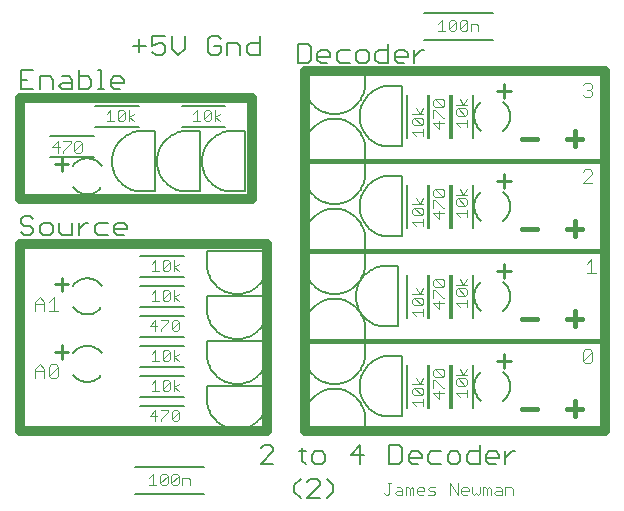
<source format=gto>
G75*
G70*
%OFA0B0*%
%FSLAX24Y24*%
%IPPOS*%
%LPD*%
%AMOC8*
5,1,8,0,0,1.08239X$1,22.5*
%
%ADD10C,0.0060*%
%ADD11C,0.0320*%
%ADD12C,0.0160*%
%ADD13C,0.0040*%
%ADD14C,0.0030*%
%ADD15C,0.0050*%
%ADD16C,0.0100*%
D10*
X004450Y001585D02*
X006750Y001585D01*
X006750Y002485D02*
X004450Y002485D01*
X004625Y003810D02*
X006075Y003810D01*
X006075Y004510D02*
X004625Y004510D01*
X004625Y004810D02*
X006075Y004810D01*
X006075Y005510D02*
X004625Y005510D01*
X004625Y005810D02*
X006075Y005810D01*
X006075Y006510D02*
X004625Y006510D01*
X004625Y006810D02*
X006075Y006810D01*
X006075Y007510D02*
X004625Y007510D01*
X004625Y007810D02*
X006075Y007810D01*
X006075Y008510D02*
X004625Y008510D01*
X004625Y008810D02*
X006075Y008810D01*
X006075Y009510D02*
X004625Y009510D01*
X004066Y010190D02*
X003852Y010190D01*
X003745Y010297D01*
X003745Y010510D01*
X003852Y010617D01*
X004066Y010617D01*
X004172Y010510D01*
X004172Y010404D01*
X003745Y010404D01*
X003528Y010617D02*
X003208Y010617D01*
X003101Y010510D01*
X003101Y010297D01*
X003208Y010190D01*
X003528Y010190D01*
X002884Y010617D02*
X002777Y010617D01*
X002564Y010404D01*
X002564Y010617D02*
X002564Y010190D01*
X002346Y010190D02*
X002346Y010617D01*
X002346Y010190D02*
X002026Y010190D01*
X001919Y010297D01*
X001919Y010617D01*
X001702Y010510D02*
X001702Y010297D01*
X001595Y010190D01*
X001381Y010190D01*
X001275Y010297D01*
X001275Y010510D01*
X001381Y010617D01*
X001595Y010617D01*
X001702Y010510D01*
X001057Y010404D02*
X001057Y010297D01*
X000950Y010190D01*
X000737Y010190D01*
X000630Y010297D01*
X000737Y010510D02*
X000950Y010510D01*
X001057Y010404D01*
X001057Y010724D02*
X000950Y010831D01*
X000737Y010831D01*
X000630Y010724D01*
X000630Y010617D01*
X000737Y010510D01*
X002850Y012760D02*
X002897Y012758D01*
X002945Y012752D01*
X002991Y012743D01*
X003037Y012730D01*
X003081Y012714D01*
X003125Y012693D01*
X003166Y012670D01*
X003205Y012644D01*
X003242Y012614D01*
X003277Y012581D01*
X003309Y012546D01*
X003338Y012509D01*
X003075Y012810D02*
X001625Y012810D01*
X001625Y013510D02*
X003075Y013510D01*
X003125Y013810D02*
X004575Y013810D01*
X004575Y014510D02*
X003125Y014510D01*
X003208Y015065D02*
X003422Y015065D01*
X003315Y015065D02*
X003315Y015706D01*
X003208Y015706D01*
X002991Y015385D02*
X002884Y015492D01*
X002564Y015492D01*
X002346Y015385D02*
X002346Y015065D01*
X002026Y015065D01*
X001919Y015172D01*
X002026Y015279D01*
X002346Y015279D01*
X002346Y015385D02*
X002239Y015492D01*
X002026Y015492D01*
X001702Y015385D02*
X001702Y015065D01*
X001702Y015385D02*
X001595Y015492D01*
X001275Y015492D01*
X001275Y015065D01*
X001057Y015065D02*
X000630Y015065D01*
X000630Y015706D01*
X001057Y015706D01*
X000844Y015385D02*
X000630Y015385D01*
X002564Y015065D02*
X002884Y015065D01*
X002991Y015172D01*
X002991Y015385D01*
X002564Y015065D02*
X002564Y015706D01*
X003638Y015385D02*
X003638Y015172D01*
X003745Y015065D01*
X003958Y015065D01*
X004065Y015279D02*
X003638Y015279D01*
X003638Y015385D02*
X003745Y015492D01*
X003958Y015492D01*
X004065Y015385D01*
X004065Y015279D01*
X005025Y016297D02*
X005131Y016190D01*
X005345Y016190D01*
X005452Y016297D01*
X005452Y016510D01*
X005345Y016617D01*
X005238Y016617D01*
X005025Y016510D01*
X005025Y016831D01*
X005452Y016831D01*
X005669Y016831D02*
X005669Y016404D01*
X005883Y016190D01*
X006096Y016404D01*
X006096Y016831D01*
X006880Y016724D02*
X006880Y016297D01*
X006987Y016190D01*
X007200Y016190D01*
X007307Y016297D01*
X007307Y016510D01*
X007094Y016510D01*
X007307Y016724D02*
X007200Y016831D01*
X006987Y016831D01*
X006880Y016724D01*
X007525Y016617D02*
X007525Y016190D01*
X007952Y016190D02*
X007952Y016510D01*
X007845Y016617D01*
X007525Y016617D01*
X008169Y016510D02*
X008169Y016297D01*
X008276Y016190D01*
X008596Y016190D01*
X008596Y016831D01*
X008596Y016617D02*
X008276Y016617D01*
X008169Y016510D01*
X009880Y016581D02*
X009880Y015940D01*
X010200Y015940D01*
X010307Y016047D01*
X010307Y016474D01*
X010200Y016581D01*
X009880Y016581D01*
X010525Y016260D02*
X010525Y016047D01*
X010631Y015940D01*
X010845Y015940D01*
X010952Y016154D02*
X010525Y016154D01*
X010525Y016260D02*
X010631Y016367D01*
X010845Y016367D01*
X010952Y016260D01*
X010952Y016154D01*
X011169Y016260D02*
X011169Y016047D01*
X011276Y015940D01*
X011596Y015940D01*
X011814Y016047D02*
X011920Y015940D01*
X012134Y015940D01*
X012241Y016047D01*
X012241Y016260D01*
X012134Y016367D01*
X011920Y016367D01*
X011814Y016260D01*
X011814Y016047D01*
X011596Y016367D02*
X011276Y016367D01*
X011169Y016260D01*
X012458Y016260D02*
X012458Y016047D01*
X012565Y015940D01*
X012885Y015940D01*
X012885Y016581D01*
X012885Y016367D02*
X012565Y016367D01*
X012458Y016260D01*
X013103Y016260D02*
X013103Y016047D01*
X013210Y015940D01*
X013423Y015940D01*
X013530Y016154D02*
X013103Y016154D01*
X013103Y016260D02*
X013210Y016367D01*
X013423Y016367D01*
X013530Y016260D01*
X013530Y016154D01*
X013747Y016154D02*
X013961Y016367D01*
X014068Y016367D01*
X013747Y016367D02*
X013747Y015940D01*
X014075Y016710D02*
X016375Y016710D01*
X016375Y017610D02*
X014075Y017610D01*
X014200Y014885D02*
X014200Y013435D01*
X014250Y013435D02*
X014250Y014885D01*
X013500Y014885D02*
X013500Y013435D01*
X014950Y013435D02*
X014950Y014885D01*
X015000Y014885D02*
X015000Y013435D01*
X015700Y013435D02*
X015700Y014885D01*
X016950Y014160D02*
X016948Y014113D01*
X016942Y014065D01*
X016933Y014019D01*
X016920Y013973D01*
X016904Y013929D01*
X016883Y013885D01*
X016860Y013844D01*
X016834Y013805D01*
X016804Y013768D01*
X016771Y013733D01*
X016736Y013701D01*
X016699Y013672D01*
X015750Y014160D02*
X015752Y014205D01*
X015757Y014251D01*
X015765Y014295D01*
X015777Y014339D01*
X015793Y014382D01*
X015811Y014424D01*
X015833Y014464D01*
X015857Y014502D01*
X015884Y014538D01*
X015914Y014573D01*
X015947Y014604D01*
X015982Y014634D01*
X015750Y014160D02*
X015752Y014115D01*
X015757Y014069D01*
X015765Y014025D01*
X015777Y013981D01*
X015793Y013938D01*
X015811Y013896D01*
X015833Y013856D01*
X015857Y013818D01*
X015884Y013782D01*
X015914Y013747D01*
X015947Y013716D01*
X015982Y013686D01*
X016950Y014160D02*
X016948Y014206D01*
X016943Y014252D01*
X016934Y014298D01*
X016922Y014343D01*
X016906Y014386D01*
X016887Y014428D01*
X016864Y014469D01*
X016839Y014508D01*
X016811Y014544D01*
X016780Y014579D01*
X016746Y014611D01*
X016710Y014640D01*
X015700Y011885D02*
X015700Y010435D01*
X015000Y010435D02*
X015000Y011885D01*
X014950Y011885D02*
X014950Y010435D01*
X014250Y010435D02*
X014250Y011885D01*
X014200Y011885D02*
X014200Y010435D01*
X013500Y010435D02*
X013500Y011885D01*
X016699Y010672D02*
X016736Y010701D01*
X016771Y010733D01*
X016804Y010768D01*
X016834Y010805D01*
X016860Y010844D01*
X016883Y010885D01*
X016904Y010929D01*
X016920Y010973D01*
X016933Y011019D01*
X016942Y011065D01*
X016948Y011113D01*
X016950Y011160D01*
X015982Y011634D02*
X015947Y011604D01*
X015914Y011573D01*
X015884Y011538D01*
X015857Y011502D01*
X015833Y011464D01*
X015811Y011424D01*
X015793Y011382D01*
X015777Y011339D01*
X015765Y011295D01*
X015757Y011251D01*
X015752Y011205D01*
X015750Y011160D01*
X016710Y011640D02*
X016746Y011611D01*
X016780Y011579D01*
X016811Y011544D01*
X016839Y011508D01*
X016864Y011469D01*
X016887Y011428D01*
X016906Y011386D01*
X016922Y011343D01*
X016934Y011298D01*
X016943Y011252D01*
X016948Y011206D01*
X016950Y011160D01*
X015982Y010686D02*
X015947Y010716D01*
X015914Y010747D01*
X015884Y010782D01*
X015857Y010818D01*
X015833Y010856D01*
X015811Y010896D01*
X015793Y010938D01*
X015777Y010981D01*
X015765Y011025D01*
X015757Y011069D01*
X015752Y011115D01*
X015750Y011160D01*
X015700Y008885D02*
X015700Y007435D01*
X015000Y007435D02*
X015000Y008885D01*
X014950Y008885D02*
X014950Y007435D01*
X014250Y007435D02*
X014250Y008885D01*
X014200Y008885D02*
X014200Y007435D01*
X013500Y007435D02*
X013500Y008885D01*
X016699Y007672D02*
X016736Y007701D01*
X016771Y007733D01*
X016804Y007768D01*
X016834Y007805D01*
X016860Y007844D01*
X016883Y007885D01*
X016904Y007929D01*
X016920Y007973D01*
X016933Y008019D01*
X016942Y008065D01*
X016948Y008113D01*
X016950Y008160D01*
X015982Y008634D02*
X015947Y008604D01*
X015914Y008573D01*
X015884Y008538D01*
X015857Y008502D01*
X015833Y008464D01*
X015811Y008424D01*
X015793Y008382D01*
X015777Y008339D01*
X015765Y008295D01*
X015757Y008251D01*
X015752Y008205D01*
X015750Y008160D01*
X016710Y008640D02*
X016746Y008611D01*
X016780Y008579D01*
X016811Y008544D01*
X016839Y008508D01*
X016864Y008469D01*
X016887Y008428D01*
X016906Y008386D01*
X016922Y008343D01*
X016934Y008298D01*
X016943Y008252D01*
X016948Y008206D01*
X016950Y008160D01*
X015982Y007686D02*
X015947Y007716D01*
X015914Y007747D01*
X015884Y007782D01*
X015857Y007818D01*
X015833Y007856D01*
X015811Y007896D01*
X015793Y007938D01*
X015777Y007981D01*
X015765Y008025D01*
X015757Y008069D01*
X015752Y008115D01*
X015750Y008160D01*
X015700Y005885D02*
X015700Y004435D01*
X015000Y004435D02*
X015000Y005885D01*
X014950Y005885D02*
X014950Y004435D01*
X014250Y004435D02*
X014250Y005885D01*
X014200Y005885D02*
X014200Y004435D01*
X013500Y004435D02*
X013500Y005885D01*
X016699Y004672D02*
X016736Y004701D01*
X016771Y004733D01*
X016804Y004768D01*
X016834Y004805D01*
X016860Y004844D01*
X016883Y004885D01*
X016904Y004929D01*
X016920Y004973D01*
X016933Y005019D01*
X016942Y005065D01*
X016948Y005113D01*
X016950Y005160D01*
X015982Y005634D02*
X015947Y005604D01*
X015914Y005573D01*
X015884Y005538D01*
X015857Y005502D01*
X015833Y005464D01*
X015811Y005424D01*
X015793Y005382D01*
X015777Y005339D01*
X015765Y005295D01*
X015757Y005251D01*
X015752Y005205D01*
X015750Y005160D01*
X016710Y005640D02*
X016746Y005611D01*
X016780Y005579D01*
X016811Y005544D01*
X016839Y005508D01*
X016864Y005469D01*
X016887Y005428D01*
X016906Y005386D01*
X016922Y005343D01*
X016934Y005298D01*
X016943Y005252D01*
X016948Y005206D01*
X016950Y005160D01*
X015982Y004686D02*
X015947Y004716D01*
X015914Y004747D01*
X015884Y004782D01*
X015857Y004818D01*
X015833Y004856D01*
X015811Y004896D01*
X015793Y004938D01*
X015777Y004981D01*
X015765Y005025D01*
X015757Y005069D01*
X015752Y005115D01*
X015750Y005160D01*
X015932Y003206D02*
X015932Y002565D01*
X015612Y002565D01*
X015505Y002672D01*
X015505Y002885D01*
X015612Y002992D01*
X015932Y002992D01*
X016150Y002885D02*
X016150Y002672D01*
X016257Y002565D01*
X016470Y002565D01*
X016577Y002779D02*
X016150Y002779D01*
X016150Y002885D02*
X016257Y002992D01*
X016470Y002992D01*
X016577Y002885D01*
X016577Y002779D01*
X016794Y002779D02*
X017008Y002992D01*
X017115Y002992D01*
X016794Y002992D02*
X016794Y002565D01*
X015288Y002672D02*
X015181Y002565D01*
X014967Y002565D01*
X014861Y002672D01*
X014861Y002885D01*
X014967Y002992D01*
X015181Y002992D01*
X015288Y002885D01*
X015288Y002672D01*
X014643Y002565D02*
X014323Y002565D01*
X014216Y002672D01*
X014216Y002885D01*
X014323Y002992D01*
X014643Y002992D01*
X013999Y002885D02*
X013999Y002779D01*
X013572Y002779D01*
X013572Y002885D02*
X013572Y002672D01*
X013678Y002565D01*
X013892Y002565D01*
X013999Y002885D02*
X013892Y002992D01*
X013678Y002992D01*
X013572Y002885D01*
X013354Y002672D02*
X013354Y003099D01*
X013247Y003206D01*
X012927Y003206D01*
X012927Y002565D01*
X013247Y002565D01*
X013354Y002672D01*
X012065Y002885D02*
X011638Y002885D01*
X011958Y003206D01*
X011958Y002565D01*
X011043Y001867D02*
X010829Y002081D01*
X010612Y001974D02*
X010505Y002081D01*
X010291Y002081D01*
X010185Y001974D01*
X009969Y002081D02*
X009755Y001867D01*
X009755Y001654D01*
X009969Y001440D01*
X010185Y001440D02*
X010612Y001867D01*
X010612Y001974D01*
X011043Y001867D02*
X011043Y001654D01*
X010829Y001440D01*
X010612Y001440D02*
X010185Y001440D01*
X010133Y002565D02*
X010026Y002672D01*
X010026Y003099D01*
X009919Y002992D02*
X010133Y002992D01*
X010349Y002885D02*
X010349Y002672D01*
X010456Y002565D01*
X010669Y002565D01*
X010776Y002672D01*
X010776Y002885D01*
X010669Y002992D01*
X010456Y002992D01*
X010349Y002885D01*
X009057Y002992D02*
X009057Y003099D01*
X008950Y003206D01*
X008737Y003206D01*
X008630Y003099D01*
X009057Y002992D02*
X008630Y002565D01*
X009057Y002565D01*
X002850Y005310D02*
X002805Y005312D01*
X002759Y005317D01*
X002715Y005325D01*
X002671Y005337D01*
X002628Y005353D01*
X002586Y005371D01*
X002546Y005393D01*
X002508Y005417D01*
X002472Y005444D01*
X002437Y005474D01*
X002406Y005507D01*
X002376Y005542D01*
X002850Y006510D02*
X002897Y006508D01*
X002945Y006502D01*
X002991Y006493D01*
X003037Y006480D01*
X003081Y006464D01*
X003125Y006443D01*
X003166Y006420D01*
X003205Y006394D01*
X003242Y006364D01*
X003277Y006331D01*
X003309Y006296D01*
X003338Y006259D01*
X002850Y006510D02*
X002804Y006508D01*
X002758Y006503D01*
X002712Y006494D01*
X002667Y006482D01*
X002624Y006466D01*
X002582Y006447D01*
X002541Y006424D01*
X002502Y006399D01*
X002466Y006371D01*
X002431Y006340D01*
X002399Y006306D01*
X002370Y006270D01*
X002850Y005310D02*
X002895Y005312D01*
X002941Y005317D01*
X002985Y005325D01*
X003029Y005337D01*
X003072Y005353D01*
X003114Y005371D01*
X003154Y005393D01*
X003192Y005417D01*
X003228Y005444D01*
X003263Y005474D01*
X003294Y005507D01*
X003324Y005542D01*
X002850Y007560D02*
X002805Y007562D01*
X002759Y007567D01*
X002715Y007575D01*
X002671Y007587D01*
X002628Y007603D01*
X002586Y007621D01*
X002546Y007643D01*
X002508Y007667D01*
X002472Y007694D01*
X002437Y007724D01*
X002406Y007757D01*
X002376Y007792D01*
X002850Y008760D02*
X002897Y008758D01*
X002945Y008752D01*
X002991Y008743D01*
X003037Y008730D01*
X003081Y008714D01*
X003125Y008693D01*
X003166Y008670D01*
X003205Y008644D01*
X003242Y008614D01*
X003277Y008581D01*
X003309Y008546D01*
X003338Y008509D01*
X002850Y008760D02*
X002804Y008758D01*
X002758Y008753D01*
X002712Y008744D01*
X002667Y008732D01*
X002624Y008716D01*
X002582Y008697D01*
X002541Y008674D01*
X002502Y008649D01*
X002466Y008621D01*
X002431Y008590D01*
X002399Y008556D01*
X002370Y008520D01*
X002850Y007560D02*
X002895Y007562D01*
X002941Y007567D01*
X002985Y007575D01*
X003029Y007587D01*
X003072Y007603D01*
X003114Y007621D01*
X003154Y007643D01*
X003192Y007667D01*
X003228Y007694D01*
X003263Y007724D01*
X003294Y007757D01*
X003324Y007792D01*
X002370Y012520D02*
X002399Y012556D01*
X002431Y012590D01*
X002466Y012621D01*
X002502Y012649D01*
X002541Y012674D01*
X002582Y012697D01*
X002624Y012716D01*
X002667Y012732D01*
X002712Y012744D01*
X002758Y012753D01*
X002804Y012758D01*
X002850Y012760D01*
X002376Y011792D02*
X002406Y011757D01*
X002437Y011724D01*
X002472Y011694D01*
X002508Y011667D01*
X002546Y011643D01*
X002586Y011621D01*
X002628Y011603D01*
X002671Y011587D01*
X002715Y011575D01*
X002759Y011567D01*
X002805Y011562D01*
X002850Y011560D01*
X002895Y011562D01*
X002941Y011567D01*
X002985Y011575D01*
X003029Y011587D01*
X003072Y011603D01*
X003114Y011621D01*
X003154Y011643D01*
X003192Y011667D01*
X003228Y011694D01*
X003263Y011724D01*
X003294Y011757D01*
X003324Y011792D01*
X006000Y013810D02*
X007450Y013810D01*
X007450Y014510D02*
X006000Y014510D01*
X004594Y016297D02*
X004594Y016724D01*
X004807Y016510D02*
X004380Y016510D01*
D11*
X000600Y009910D02*
X000600Y003660D01*
X008850Y003660D01*
X008850Y009910D01*
X000600Y009910D01*
X000600Y011410D02*
X000600Y014785D01*
X008350Y014785D01*
X008350Y011410D01*
X000600Y011410D01*
X010100Y012660D02*
X010100Y009660D01*
X010100Y006660D01*
X010100Y003660D01*
X020100Y003660D01*
X020100Y006660D01*
X020100Y009660D01*
X020100Y012660D01*
X020100Y015660D01*
X010100Y015660D01*
X010100Y012660D01*
D12*
X020100Y012660D01*
X019350Y013410D02*
X018850Y013410D01*
X019100Y013660D02*
X019100Y013160D01*
X017850Y013410D02*
X017350Y013410D01*
X019100Y010660D02*
X019100Y010160D01*
X019350Y010410D02*
X018850Y010410D01*
X017850Y010410D02*
X017350Y010410D01*
X020100Y009660D02*
X010100Y009660D01*
X010100Y006660D02*
X020100Y006660D01*
X019350Y007410D02*
X018850Y007410D01*
X019100Y007660D02*
X019100Y007160D01*
X017850Y007410D02*
X017350Y007410D01*
X019100Y004660D02*
X019100Y004160D01*
X019350Y004410D02*
X018850Y004410D01*
X017850Y004410D02*
X017350Y004410D01*
D13*
X019370Y006007D02*
X019370Y006314D01*
X019447Y006391D01*
X019600Y006391D01*
X019677Y006314D01*
X019370Y006007D01*
X019447Y005930D01*
X019600Y005930D01*
X019677Y006007D01*
X019677Y006314D01*
X019648Y008930D02*
X019648Y009391D01*
X019495Y009237D01*
X019495Y008930D02*
X019802Y008930D01*
X019677Y011930D02*
X019370Y011930D01*
X019677Y012237D01*
X019677Y012314D01*
X019600Y012391D01*
X019447Y012391D01*
X019370Y012314D01*
X019447Y014805D02*
X019370Y014882D01*
X019447Y014805D02*
X019600Y014805D01*
X019677Y014882D01*
X019677Y014959D01*
X019600Y015035D01*
X019523Y015035D01*
X019600Y015035D02*
X019677Y015112D01*
X019677Y015189D01*
X019600Y015266D01*
X019447Y015266D01*
X019370Y015189D01*
X015890Y017005D02*
X015890Y017185D01*
X015830Y017245D01*
X015650Y017245D01*
X015650Y017005D01*
X015522Y017065D02*
X015522Y017305D01*
X015282Y017065D01*
X015342Y017005D01*
X015462Y017005D01*
X015522Y017065D01*
X015282Y017065D02*
X015282Y017305D01*
X015342Y017366D01*
X015462Y017366D01*
X015522Y017305D01*
X015154Y017305D02*
X015154Y017065D01*
X015093Y017005D01*
X014973Y017005D01*
X014913Y017065D01*
X015154Y017305D01*
X015093Y017366D01*
X014973Y017366D01*
X014913Y017305D01*
X014913Y017065D01*
X014785Y017005D02*
X014545Y017005D01*
X014665Y017005D02*
X014665Y017366D01*
X014545Y017245D01*
X001887Y007680D02*
X001580Y007680D01*
X001427Y007680D02*
X001427Y007987D01*
X001273Y008141D01*
X001120Y007987D01*
X001120Y007680D01*
X001120Y007910D02*
X001427Y007910D01*
X001580Y007987D02*
X001734Y008141D01*
X001734Y007680D01*
X001811Y005891D02*
X001887Y005814D01*
X001580Y005507D01*
X001657Y005430D01*
X001811Y005430D01*
X001887Y005507D01*
X001887Y005814D01*
X001811Y005891D02*
X001657Y005891D01*
X001580Y005814D01*
X001580Y005507D01*
X001427Y005430D02*
X001427Y005737D01*
X001273Y005891D01*
X001120Y005737D01*
X001120Y005430D01*
X001120Y005660D02*
X001427Y005660D01*
X004920Y002120D02*
X005040Y002241D01*
X005040Y001880D01*
X004920Y001880D02*
X005160Y001880D01*
X005288Y001940D02*
X005288Y002180D01*
X005348Y002241D01*
X005468Y002241D01*
X005529Y002180D01*
X005288Y001940D01*
X005348Y001880D01*
X005468Y001880D01*
X005529Y001940D01*
X005529Y002180D01*
X005657Y002180D02*
X005657Y001940D01*
X005897Y002180D01*
X005897Y001940D01*
X005837Y001880D01*
X005717Y001880D01*
X005657Y001940D01*
X005657Y002180D02*
X005717Y002241D01*
X005837Y002241D01*
X005897Y002180D01*
X006025Y002120D02*
X006025Y001880D01*
X006265Y001880D02*
X006265Y002060D01*
X006205Y002120D01*
X006025Y002120D01*
D14*
X005857Y004000D02*
X005733Y004000D01*
X005672Y004062D01*
X005919Y004309D01*
X005919Y004062D01*
X005857Y004000D01*
X005672Y004062D02*
X005672Y004309D01*
X005733Y004371D01*
X005857Y004371D01*
X005919Y004309D01*
X005550Y004309D02*
X005303Y004062D01*
X005303Y004000D01*
X005120Y004000D02*
X005120Y004371D01*
X004935Y004185D01*
X005182Y004185D01*
X005303Y004371D02*
X005550Y004371D01*
X005550Y004309D01*
X005550Y005000D02*
X005426Y005000D01*
X005365Y005062D01*
X005612Y005309D01*
X005612Y005062D01*
X005550Y005000D01*
X005733Y005000D02*
X005733Y005371D01*
X005612Y005309D02*
X005550Y005371D01*
X005426Y005371D01*
X005365Y005309D01*
X005365Y005062D01*
X005243Y005000D02*
X004996Y005000D01*
X005120Y005000D02*
X005120Y005371D01*
X004996Y005247D01*
X005733Y005124D02*
X005918Y005247D01*
X005733Y005124D02*
X005918Y005000D01*
X005918Y006000D02*
X005733Y006124D01*
X005918Y006247D01*
X005733Y006371D02*
X005733Y006000D01*
X005612Y006062D02*
X005550Y006000D01*
X005426Y006000D01*
X005365Y006062D01*
X005612Y006309D01*
X005612Y006062D01*
X005612Y006309D02*
X005550Y006371D01*
X005426Y006371D01*
X005365Y006309D01*
X005365Y006062D01*
X005243Y006000D02*
X004996Y006000D01*
X005120Y006000D02*
X005120Y006371D01*
X004996Y006247D01*
X005120Y007000D02*
X005120Y007371D01*
X004935Y007185D01*
X005182Y007185D01*
X005303Y007062D02*
X005303Y007000D01*
X005303Y007062D02*
X005550Y007309D01*
X005550Y007371D01*
X005303Y007371D01*
X005672Y007309D02*
X005672Y007062D01*
X005919Y007309D01*
X005919Y007062D01*
X005857Y007000D01*
X005733Y007000D01*
X005672Y007062D01*
X005672Y007309D02*
X005733Y007371D01*
X005857Y007371D01*
X005919Y007309D01*
X005918Y008000D02*
X005733Y008124D01*
X005918Y008247D01*
X005733Y008371D02*
X005733Y008000D01*
X005612Y008062D02*
X005550Y008000D01*
X005426Y008000D01*
X005365Y008062D01*
X005612Y008309D01*
X005612Y008062D01*
X005612Y008309D02*
X005550Y008371D01*
X005426Y008371D01*
X005365Y008309D01*
X005365Y008062D01*
X005243Y008000D02*
X004996Y008000D01*
X005120Y008000D02*
X005120Y008371D01*
X004996Y008247D01*
X004996Y009000D02*
X005243Y009000D01*
X005120Y009000D02*
X005120Y009371D01*
X004996Y009247D01*
X005365Y009309D02*
X005365Y009062D01*
X005612Y009309D01*
X005612Y009062D01*
X005550Y009000D01*
X005426Y009000D01*
X005365Y009062D01*
X005365Y009309D02*
X005426Y009371D01*
X005550Y009371D01*
X005612Y009309D01*
X005733Y009371D02*
X005733Y009000D01*
X005733Y009124D02*
X005918Y009247D01*
X005733Y009124D02*
X005918Y009000D01*
X002612Y012950D02*
X002488Y012950D01*
X002427Y013012D01*
X002674Y013259D01*
X002674Y013012D01*
X002612Y012950D01*
X002427Y013012D02*
X002427Y013259D01*
X002488Y013321D01*
X002612Y013321D01*
X002674Y013259D01*
X002305Y013259D02*
X002305Y013321D01*
X002058Y013321D01*
X001875Y013321D02*
X001690Y013135D01*
X001937Y013135D01*
X002058Y013012D02*
X002058Y012950D01*
X002058Y013012D02*
X002305Y013259D01*
X001875Y013321D02*
X001875Y012950D01*
X003496Y014000D02*
X003743Y014000D01*
X003620Y014000D02*
X003620Y014371D01*
X003496Y014247D01*
X003865Y014309D02*
X003865Y014062D01*
X004112Y014309D01*
X004112Y014062D01*
X004050Y014000D01*
X003926Y014000D01*
X003865Y014062D01*
X003865Y014309D02*
X003926Y014371D01*
X004050Y014371D01*
X004112Y014309D01*
X004233Y014371D02*
X004233Y014000D01*
X004233Y014124D02*
X004418Y014247D01*
X004233Y014124D02*
X004418Y014000D01*
X006371Y014000D02*
X006618Y014000D01*
X006495Y014000D02*
X006495Y014371D01*
X006371Y014247D01*
X006740Y014309D02*
X006740Y014062D01*
X006987Y014309D01*
X006987Y014062D01*
X006925Y014000D01*
X006801Y014000D01*
X006740Y014062D01*
X006740Y014309D02*
X006801Y014371D01*
X006925Y014371D01*
X006987Y014309D01*
X007108Y014371D02*
X007108Y014000D01*
X007108Y014124D02*
X007293Y014247D01*
X007108Y014124D02*
X007293Y014000D01*
X013690Y013930D02*
X013690Y014054D01*
X013751Y014115D01*
X013998Y013869D01*
X014060Y013930D01*
X014060Y014054D01*
X013998Y014115D01*
X013751Y014115D01*
X013690Y014237D02*
X014060Y014237D01*
X013937Y014237D02*
X013813Y014422D01*
X013937Y014237D02*
X014060Y014422D01*
X014390Y014360D02*
X014390Y014114D01*
X014390Y013930D02*
X014575Y013745D01*
X014575Y013992D01*
X014698Y014114D02*
X014760Y014114D01*
X014698Y014114D02*
X014451Y014360D01*
X014390Y014360D01*
X014451Y014482D02*
X014390Y014544D01*
X014390Y014667D01*
X014451Y014729D01*
X014698Y014482D01*
X014760Y014544D01*
X014760Y014667D01*
X014698Y014729D01*
X014451Y014729D01*
X014451Y014482D02*
X014698Y014482D01*
X015140Y014543D02*
X015510Y014543D01*
X015387Y014543D02*
X015263Y014728D01*
X015387Y014543D02*
X015510Y014728D01*
X015448Y014422D02*
X015201Y014422D01*
X015448Y014175D01*
X015510Y014237D01*
X015510Y014360D01*
X015448Y014422D01*
X015201Y014422D02*
X015140Y014360D01*
X015140Y014237D01*
X015201Y014175D01*
X015448Y014175D01*
X015510Y014054D02*
X015510Y013807D01*
X015510Y013930D02*
X015140Y013930D01*
X015263Y013807D01*
X014760Y013930D02*
X014390Y013930D01*
X014060Y013747D02*
X014060Y013500D01*
X014060Y013624D02*
X013690Y013624D01*
X013813Y013500D01*
X013751Y013869D02*
X013690Y013930D01*
X013751Y013869D02*
X013998Y013869D01*
X014451Y011729D02*
X014698Y011482D01*
X014760Y011544D01*
X014760Y011667D01*
X014698Y011729D01*
X014451Y011729D01*
X014390Y011667D01*
X014390Y011544D01*
X014451Y011482D01*
X014698Y011482D01*
X014451Y011360D02*
X014698Y011114D01*
X014760Y011114D01*
X014760Y010930D02*
X014390Y010930D01*
X014575Y010745D01*
X014575Y010992D01*
X014390Y011114D02*
X014390Y011360D01*
X014451Y011360D01*
X014060Y011422D02*
X013937Y011237D01*
X013813Y011422D01*
X013690Y011237D02*
X014060Y011237D01*
X013998Y011115D02*
X013751Y011115D01*
X013998Y010869D01*
X014060Y010930D01*
X014060Y011054D01*
X013998Y011115D01*
X013998Y010869D02*
X013751Y010869D01*
X013690Y010930D01*
X013690Y011054D01*
X013751Y011115D01*
X014060Y010747D02*
X014060Y010500D01*
X014060Y010624D02*
X013690Y010624D01*
X013813Y010500D01*
X015140Y010930D02*
X015263Y010807D01*
X015140Y010930D02*
X015510Y010930D01*
X015510Y010807D02*
X015510Y011054D01*
X015448Y011175D02*
X015201Y011422D01*
X015448Y011422D01*
X015510Y011360D01*
X015510Y011237D01*
X015448Y011175D01*
X015201Y011175D01*
X015140Y011237D01*
X015140Y011360D01*
X015201Y011422D01*
X015140Y011543D02*
X015510Y011543D01*
X015387Y011543D02*
X015263Y011728D01*
X015387Y011543D02*
X015510Y011728D01*
X015510Y008728D02*
X015387Y008543D01*
X015263Y008728D01*
X015140Y008543D02*
X015510Y008543D01*
X015448Y008422D02*
X015510Y008360D01*
X015510Y008237D01*
X015448Y008175D01*
X015201Y008422D01*
X015448Y008422D01*
X015201Y008422D02*
X015140Y008360D01*
X015140Y008237D01*
X015201Y008175D01*
X015448Y008175D01*
X015510Y008054D02*
X015510Y007807D01*
X015510Y007930D02*
X015140Y007930D01*
X015263Y007807D01*
X014760Y007930D02*
X014390Y007930D01*
X014575Y007745D01*
X014575Y007992D01*
X014698Y008114D02*
X014760Y008114D01*
X014698Y008114D02*
X014451Y008360D01*
X014390Y008360D01*
X014390Y008114D01*
X014060Y008054D02*
X014060Y007930D01*
X013998Y007869D01*
X013751Y008115D01*
X013998Y008115D01*
X014060Y008054D01*
X014060Y008237D02*
X013690Y008237D01*
X013751Y008115D02*
X013690Y008054D01*
X013690Y007930D01*
X013751Y007869D01*
X013998Y007869D01*
X014060Y007747D02*
X014060Y007500D01*
X014060Y007624D02*
X013690Y007624D01*
X013813Y007500D01*
X013937Y008237D02*
X013813Y008422D01*
X013937Y008237D02*
X014060Y008422D01*
X014390Y008544D02*
X014390Y008667D01*
X014451Y008729D01*
X014698Y008482D01*
X014760Y008544D01*
X014760Y008667D01*
X014698Y008729D01*
X014451Y008729D01*
X014390Y008544D02*
X014451Y008482D01*
X014698Y008482D01*
X014698Y005729D02*
X014451Y005729D01*
X014698Y005482D01*
X014760Y005544D01*
X014760Y005667D01*
X014698Y005729D01*
X014698Y005482D02*
X014451Y005482D01*
X014390Y005544D01*
X014390Y005667D01*
X014451Y005729D01*
X014451Y005360D02*
X014698Y005114D01*
X014760Y005114D01*
X014760Y004930D02*
X014390Y004930D01*
X014575Y004745D01*
X014575Y004992D01*
X014390Y005114D02*
X014390Y005360D01*
X014451Y005360D01*
X014060Y005422D02*
X013937Y005237D01*
X013813Y005422D01*
X013690Y005237D02*
X014060Y005237D01*
X013998Y005115D02*
X013751Y005115D01*
X013998Y004869D01*
X014060Y004930D01*
X014060Y005054D01*
X013998Y005115D01*
X013998Y004869D02*
X013751Y004869D01*
X013690Y004930D01*
X013690Y005054D01*
X013751Y005115D01*
X014060Y004747D02*
X014060Y004500D01*
X014060Y004624D02*
X013690Y004624D01*
X013813Y004500D01*
X015140Y004930D02*
X015263Y004807D01*
X015140Y004930D02*
X015510Y004930D01*
X015510Y004807D02*
X015510Y005054D01*
X015448Y005175D02*
X015201Y005422D01*
X015448Y005422D01*
X015510Y005360D01*
X015510Y005237D01*
X015448Y005175D01*
X015201Y005175D01*
X015140Y005237D01*
X015140Y005360D01*
X015201Y005422D01*
X015140Y005543D02*
X015510Y005543D01*
X015387Y005543D02*
X015263Y005728D01*
X015387Y005543D02*
X015510Y005728D01*
X015197Y001921D02*
X015197Y001550D01*
X014950Y001921D01*
X014950Y001550D01*
X015318Y001612D02*
X015318Y001735D01*
X015380Y001797D01*
X015503Y001797D01*
X015565Y001735D01*
X015565Y001674D01*
X015318Y001674D01*
X015318Y001612D02*
X015380Y001550D01*
X015503Y001550D01*
X015687Y001612D02*
X015687Y001797D01*
X015687Y001612D02*
X015748Y001550D01*
X015810Y001612D01*
X015872Y001550D01*
X015933Y001612D01*
X015933Y001797D01*
X016055Y001797D02*
X016055Y001550D01*
X016178Y001550D02*
X016178Y001735D01*
X016240Y001797D01*
X016302Y001735D01*
X016302Y001550D01*
X016423Y001612D02*
X016485Y001674D01*
X016670Y001674D01*
X016670Y001735D02*
X016670Y001550D01*
X016485Y001550D01*
X016423Y001612D01*
X016485Y001797D02*
X016608Y001797D01*
X016670Y001735D01*
X016791Y001797D02*
X016791Y001550D01*
X016791Y001797D02*
X016977Y001797D01*
X017038Y001735D01*
X017038Y001550D01*
X016178Y001735D02*
X016117Y001797D01*
X016055Y001797D01*
X014460Y001797D02*
X014275Y001797D01*
X014213Y001735D01*
X014275Y001674D01*
X014398Y001674D01*
X014460Y001612D01*
X014398Y001550D01*
X014213Y001550D01*
X014092Y001674D02*
X013845Y001674D01*
X013845Y001735D02*
X013845Y001612D01*
X013907Y001550D01*
X014030Y001550D01*
X014092Y001674D02*
X014092Y001735D01*
X014030Y001797D01*
X013907Y001797D01*
X013845Y001735D01*
X013724Y001735D02*
X013724Y001550D01*
X013600Y001550D02*
X013600Y001735D01*
X013662Y001797D01*
X013724Y001735D01*
X013600Y001735D02*
X013538Y001797D01*
X013477Y001797D01*
X013477Y001550D01*
X013355Y001550D02*
X013355Y001735D01*
X013293Y001797D01*
X013170Y001797D01*
X013170Y001674D02*
X013355Y001674D01*
X013355Y001550D02*
X013170Y001550D01*
X013108Y001612D01*
X013170Y001674D01*
X012925Y001612D02*
X012925Y001921D01*
X012863Y001921D02*
X012987Y001921D01*
X012925Y001612D02*
X012863Y001550D01*
X012802Y001550D01*
X012740Y001612D01*
D15*
X012100Y003660D02*
X012100Y004260D01*
X012100Y003660D02*
X010100Y003660D01*
X010100Y004260D01*
X010114Y004321D01*
X010132Y004380D01*
X010153Y004439D01*
X010178Y004496D01*
X010206Y004551D01*
X010238Y004605D01*
X010273Y004657D01*
X010311Y004706D01*
X010351Y004753D01*
X010395Y004797D01*
X010441Y004839D01*
X010490Y004878D01*
X010541Y004913D01*
X010594Y004946D01*
X010649Y004975D01*
X010706Y005001D01*
X010764Y005023D01*
X010823Y005042D01*
X010884Y005057D01*
X010945Y005068D01*
X011007Y005076D01*
X011069Y005080D01*
X011131Y005080D01*
X011193Y005076D01*
X011255Y005068D01*
X011316Y005057D01*
X011377Y005042D01*
X011436Y005023D01*
X011494Y005001D01*
X011551Y004975D01*
X011606Y004946D01*
X011659Y004913D01*
X011710Y004878D01*
X011759Y004839D01*
X011805Y004797D01*
X011849Y004753D01*
X011889Y004706D01*
X011927Y004657D01*
X011962Y004605D01*
X011994Y004551D01*
X012022Y004496D01*
X012047Y004439D01*
X012068Y004380D01*
X012086Y004321D01*
X012100Y004260D01*
X012750Y004160D02*
X013350Y004160D01*
X013350Y006160D01*
X012750Y006160D01*
X012100Y006060D02*
X012100Y006660D01*
X010100Y006660D01*
X010100Y006060D01*
X010100Y006660D02*
X010100Y007260D01*
X010100Y006660D02*
X012100Y006660D01*
X012100Y007260D01*
X012625Y007160D02*
X013225Y007160D01*
X013225Y009160D01*
X012625Y009160D01*
X012100Y009060D02*
X012100Y009660D01*
X010100Y009660D01*
X010100Y009060D01*
X010100Y009660D02*
X010100Y010260D01*
X010100Y009660D02*
X012100Y009660D01*
X012100Y010260D01*
X012750Y010160D02*
X013350Y010160D01*
X013350Y012160D01*
X012750Y012160D01*
X012100Y012060D02*
X012100Y012660D01*
X010100Y012660D01*
X010100Y012060D01*
X010100Y012660D02*
X010100Y013260D01*
X010100Y012660D02*
X012100Y012660D01*
X012100Y013260D01*
X012750Y013160D02*
X013350Y013160D01*
X013350Y015160D01*
X012750Y015160D01*
X012100Y015060D02*
X012100Y015660D01*
X010100Y015660D01*
X010100Y015060D01*
X010114Y014999D01*
X010132Y014940D01*
X010153Y014881D01*
X010178Y014824D01*
X010206Y014769D01*
X010238Y014715D01*
X010273Y014663D01*
X010311Y014614D01*
X010351Y014567D01*
X010395Y014523D01*
X010441Y014481D01*
X010490Y014442D01*
X010541Y014407D01*
X010594Y014374D01*
X010649Y014345D01*
X010706Y014319D01*
X010764Y014297D01*
X010823Y014278D01*
X010884Y014263D01*
X010945Y014252D01*
X011007Y014244D01*
X011069Y014240D01*
X011131Y014240D01*
X011193Y014244D01*
X011255Y014252D01*
X011316Y014263D01*
X011377Y014278D01*
X011436Y014297D01*
X011494Y014319D01*
X011551Y014345D01*
X011606Y014374D01*
X011659Y014407D01*
X011710Y014442D01*
X011759Y014481D01*
X011805Y014523D01*
X011849Y014567D01*
X011889Y014614D01*
X011927Y014663D01*
X011962Y014715D01*
X011994Y014769D01*
X012022Y014824D01*
X012047Y014881D01*
X012068Y014940D01*
X012086Y014999D01*
X012100Y015060D01*
X012750Y015160D02*
X012689Y015146D01*
X012630Y015128D01*
X012571Y015107D01*
X012514Y015082D01*
X012459Y015054D01*
X012405Y015022D01*
X012353Y014987D01*
X012304Y014949D01*
X012257Y014909D01*
X012213Y014865D01*
X012171Y014819D01*
X012132Y014770D01*
X012097Y014719D01*
X012064Y014666D01*
X012035Y014611D01*
X012009Y014554D01*
X011987Y014496D01*
X011968Y014437D01*
X011953Y014376D01*
X011942Y014315D01*
X011934Y014253D01*
X011930Y014191D01*
X011930Y014129D01*
X011934Y014067D01*
X011942Y014005D01*
X011953Y013944D01*
X011968Y013883D01*
X011987Y013824D01*
X012009Y013766D01*
X012035Y013709D01*
X012064Y013654D01*
X012097Y013601D01*
X012132Y013550D01*
X012171Y013501D01*
X012213Y013455D01*
X012257Y013411D01*
X012304Y013371D01*
X012353Y013333D01*
X012405Y013298D01*
X012459Y013266D01*
X012514Y013238D01*
X012571Y013213D01*
X012630Y013192D01*
X012689Y013174D01*
X012750Y013160D01*
X012100Y013260D02*
X012086Y013321D01*
X012068Y013380D01*
X012047Y013439D01*
X012022Y013496D01*
X011994Y013551D01*
X011962Y013605D01*
X011927Y013657D01*
X011889Y013706D01*
X011849Y013753D01*
X011805Y013797D01*
X011759Y013839D01*
X011710Y013878D01*
X011659Y013913D01*
X011606Y013946D01*
X011551Y013975D01*
X011494Y014001D01*
X011436Y014023D01*
X011377Y014042D01*
X011316Y014057D01*
X011255Y014068D01*
X011193Y014076D01*
X011131Y014080D01*
X011069Y014080D01*
X011007Y014076D01*
X010945Y014068D01*
X010884Y014057D01*
X010823Y014042D01*
X010764Y014023D01*
X010706Y014001D01*
X010649Y013975D01*
X010594Y013946D01*
X010541Y013913D01*
X010490Y013878D01*
X010441Y013839D01*
X010395Y013797D01*
X010351Y013753D01*
X010311Y013706D01*
X010273Y013657D01*
X010238Y013605D01*
X010206Y013551D01*
X010178Y013496D01*
X010153Y013439D01*
X010132Y013380D01*
X010114Y013321D01*
X010100Y013260D01*
X010100Y012060D02*
X010114Y011999D01*
X010132Y011940D01*
X010153Y011881D01*
X010178Y011824D01*
X010206Y011769D01*
X010238Y011715D01*
X010273Y011663D01*
X010311Y011614D01*
X010351Y011567D01*
X010395Y011523D01*
X010441Y011481D01*
X010490Y011442D01*
X010541Y011407D01*
X010594Y011374D01*
X010649Y011345D01*
X010706Y011319D01*
X010764Y011297D01*
X010823Y011278D01*
X010884Y011263D01*
X010945Y011252D01*
X011007Y011244D01*
X011069Y011240D01*
X011131Y011240D01*
X011193Y011244D01*
X011255Y011252D01*
X011316Y011263D01*
X011377Y011278D01*
X011436Y011297D01*
X011494Y011319D01*
X011551Y011345D01*
X011606Y011374D01*
X011659Y011407D01*
X011710Y011442D01*
X011759Y011481D01*
X011805Y011523D01*
X011849Y011567D01*
X011889Y011614D01*
X011927Y011663D01*
X011962Y011715D01*
X011994Y011769D01*
X012022Y011824D01*
X012047Y011881D01*
X012068Y011940D01*
X012086Y011999D01*
X012100Y012060D01*
X012750Y012160D02*
X012689Y012146D01*
X012630Y012128D01*
X012571Y012107D01*
X012514Y012082D01*
X012459Y012054D01*
X012405Y012022D01*
X012353Y011987D01*
X012304Y011949D01*
X012257Y011909D01*
X012213Y011865D01*
X012171Y011819D01*
X012132Y011770D01*
X012097Y011719D01*
X012064Y011666D01*
X012035Y011611D01*
X012009Y011554D01*
X011987Y011496D01*
X011968Y011437D01*
X011953Y011376D01*
X011942Y011315D01*
X011934Y011253D01*
X011930Y011191D01*
X011930Y011129D01*
X011934Y011067D01*
X011942Y011005D01*
X011953Y010944D01*
X011968Y010883D01*
X011987Y010824D01*
X012009Y010766D01*
X012035Y010709D01*
X012064Y010654D01*
X012097Y010601D01*
X012132Y010550D01*
X012171Y010501D01*
X012213Y010455D01*
X012257Y010411D01*
X012304Y010371D01*
X012353Y010333D01*
X012405Y010298D01*
X012459Y010266D01*
X012514Y010238D01*
X012571Y010213D01*
X012630Y010192D01*
X012689Y010174D01*
X012750Y010160D01*
X012100Y010260D02*
X012086Y010321D01*
X012068Y010380D01*
X012047Y010439D01*
X012022Y010496D01*
X011994Y010551D01*
X011962Y010605D01*
X011927Y010657D01*
X011889Y010706D01*
X011849Y010753D01*
X011805Y010797D01*
X011759Y010839D01*
X011710Y010878D01*
X011659Y010913D01*
X011606Y010946D01*
X011551Y010975D01*
X011494Y011001D01*
X011436Y011023D01*
X011377Y011042D01*
X011316Y011057D01*
X011255Y011068D01*
X011193Y011076D01*
X011131Y011080D01*
X011069Y011080D01*
X011007Y011076D01*
X010945Y011068D01*
X010884Y011057D01*
X010823Y011042D01*
X010764Y011023D01*
X010706Y011001D01*
X010649Y010975D01*
X010594Y010946D01*
X010541Y010913D01*
X010490Y010878D01*
X010441Y010839D01*
X010395Y010797D01*
X010351Y010753D01*
X010311Y010706D01*
X010273Y010657D01*
X010238Y010605D01*
X010206Y010551D01*
X010178Y010496D01*
X010153Y010439D01*
X010132Y010380D01*
X010114Y010321D01*
X010100Y010260D01*
X010100Y009060D02*
X010114Y008999D01*
X010132Y008940D01*
X010153Y008881D01*
X010178Y008824D01*
X010206Y008769D01*
X010238Y008715D01*
X010273Y008663D01*
X010311Y008614D01*
X010351Y008567D01*
X010395Y008523D01*
X010441Y008481D01*
X010490Y008442D01*
X010541Y008407D01*
X010594Y008374D01*
X010649Y008345D01*
X010706Y008319D01*
X010764Y008297D01*
X010823Y008278D01*
X010884Y008263D01*
X010945Y008252D01*
X011007Y008244D01*
X011069Y008240D01*
X011131Y008240D01*
X011193Y008244D01*
X011255Y008252D01*
X011316Y008263D01*
X011377Y008278D01*
X011436Y008297D01*
X011494Y008319D01*
X011551Y008345D01*
X011606Y008374D01*
X011659Y008407D01*
X011710Y008442D01*
X011759Y008481D01*
X011805Y008523D01*
X011849Y008567D01*
X011889Y008614D01*
X011927Y008663D01*
X011962Y008715D01*
X011994Y008769D01*
X012022Y008824D01*
X012047Y008881D01*
X012068Y008940D01*
X012086Y008999D01*
X012100Y009060D01*
X012625Y009160D02*
X012564Y009146D01*
X012505Y009128D01*
X012446Y009107D01*
X012389Y009082D01*
X012334Y009054D01*
X012280Y009022D01*
X012228Y008987D01*
X012179Y008949D01*
X012132Y008909D01*
X012088Y008865D01*
X012046Y008819D01*
X012007Y008770D01*
X011972Y008719D01*
X011939Y008666D01*
X011910Y008611D01*
X011884Y008554D01*
X011862Y008496D01*
X011843Y008437D01*
X011828Y008376D01*
X011817Y008315D01*
X011809Y008253D01*
X011805Y008191D01*
X011805Y008129D01*
X011809Y008067D01*
X011817Y008005D01*
X011828Y007944D01*
X011843Y007883D01*
X011862Y007824D01*
X011884Y007766D01*
X011910Y007709D01*
X011939Y007654D01*
X011972Y007601D01*
X012007Y007550D01*
X012046Y007501D01*
X012088Y007455D01*
X012132Y007411D01*
X012179Y007371D01*
X012228Y007333D01*
X012280Y007298D01*
X012334Y007266D01*
X012389Y007238D01*
X012446Y007213D01*
X012505Y007192D01*
X012564Y007174D01*
X012625Y007160D01*
X012100Y007260D02*
X012086Y007321D01*
X012068Y007380D01*
X012047Y007439D01*
X012022Y007496D01*
X011994Y007551D01*
X011962Y007605D01*
X011927Y007657D01*
X011889Y007706D01*
X011849Y007753D01*
X011805Y007797D01*
X011759Y007839D01*
X011710Y007878D01*
X011659Y007913D01*
X011606Y007946D01*
X011551Y007975D01*
X011494Y008001D01*
X011436Y008023D01*
X011377Y008042D01*
X011316Y008057D01*
X011255Y008068D01*
X011193Y008076D01*
X011131Y008080D01*
X011069Y008080D01*
X011007Y008076D01*
X010945Y008068D01*
X010884Y008057D01*
X010823Y008042D01*
X010764Y008023D01*
X010706Y008001D01*
X010649Y007975D01*
X010594Y007946D01*
X010541Y007913D01*
X010490Y007878D01*
X010441Y007839D01*
X010395Y007797D01*
X010351Y007753D01*
X010311Y007706D01*
X010273Y007657D01*
X010238Y007605D01*
X010206Y007551D01*
X010178Y007496D01*
X010153Y007439D01*
X010132Y007380D01*
X010114Y007321D01*
X010100Y007260D01*
X010100Y006060D02*
X010114Y005999D01*
X010132Y005940D01*
X010153Y005881D01*
X010178Y005824D01*
X010206Y005769D01*
X010238Y005715D01*
X010273Y005663D01*
X010311Y005614D01*
X010351Y005567D01*
X010395Y005523D01*
X010441Y005481D01*
X010490Y005442D01*
X010541Y005407D01*
X010594Y005374D01*
X010649Y005345D01*
X010706Y005319D01*
X010764Y005297D01*
X010823Y005278D01*
X010884Y005263D01*
X010945Y005252D01*
X011007Y005244D01*
X011069Y005240D01*
X011131Y005240D01*
X011193Y005244D01*
X011255Y005252D01*
X011316Y005263D01*
X011377Y005278D01*
X011436Y005297D01*
X011494Y005319D01*
X011551Y005345D01*
X011606Y005374D01*
X011659Y005407D01*
X011710Y005442D01*
X011759Y005481D01*
X011805Y005523D01*
X011849Y005567D01*
X011889Y005614D01*
X011927Y005663D01*
X011962Y005715D01*
X011994Y005769D01*
X012022Y005824D01*
X012047Y005881D01*
X012068Y005940D01*
X012086Y005999D01*
X012100Y006060D01*
X012750Y006160D02*
X012689Y006146D01*
X012630Y006128D01*
X012571Y006107D01*
X012514Y006082D01*
X012459Y006054D01*
X012405Y006022D01*
X012353Y005987D01*
X012304Y005949D01*
X012257Y005909D01*
X012213Y005865D01*
X012171Y005819D01*
X012132Y005770D01*
X012097Y005719D01*
X012064Y005666D01*
X012035Y005611D01*
X012009Y005554D01*
X011987Y005496D01*
X011968Y005437D01*
X011953Y005376D01*
X011942Y005315D01*
X011934Y005253D01*
X011930Y005191D01*
X011930Y005129D01*
X011934Y005067D01*
X011942Y005005D01*
X011953Y004944D01*
X011968Y004883D01*
X011987Y004824D01*
X012009Y004766D01*
X012035Y004709D01*
X012064Y004654D01*
X012097Y004601D01*
X012132Y004550D01*
X012171Y004501D01*
X012213Y004455D01*
X012257Y004411D01*
X012304Y004371D01*
X012353Y004333D01*
X012405Y004298D01*
X012459Y004266D01*
X012514Y004238D01*
X012571Y004213D01*
X012630Y004192D01*
X012689Y004174D01*
X012750Y004160D01*
X008850Y004560D02*
X008850Y005160D01*
X006850Y005160D01*
X006850Y004560D01*
X006864Y004499D01*
X006882Y004440D01*
X006903Y004381D01*
X006928Y004324D01*
X006956Y004269D01*
X006988Y004215D01*
X007023Y004163D01*
X007061Y004114D01*
X007101Y004067D01*
X007145Y004023D01*
X007191Y003981D01*
X007240Y003942D01*
X007291Y003907D01*
X007344Y003874D01*
X007399Y003845D01*
X007456Y003819D01*
X007514Y003797D01*
X007573Y003778D01*
X007634Y003763D01*
X007695Y003752D01*
X007757Y003744D01*
X007819Y003740D01*
X007881Y003740D01*
X007943Y003744D01*
X008005Y003752D01*
X008066Y003763D01*
X008127Y003778D01*
X008186Y003797D01*
X008244Y003819D01*
X008301Y003845D01*
X008356Y003874D01*
X008409Y003907D01*
X008460Y003942D01*
X008509Y003981D01*
X008555Y004023D01*
X008599Y004067D01*
X008639Y004114D01*
X008677Y004163D01*
X008712Y004215D01*
X008744Y004269D01*
X008772Y004324D01*
X008797Y004381D01*
X008818Y004440D01*
X008836Y004499D01*
X008850Y004560D01*
X008850Y006060D02*
X008850Y006660D01*
X006850Y006660D01*
X006850Y006060D01*
X006864Y005999D01*
X006882Y005940D01*
X006903Y005881D01*
X006928Y005824D01*
X006956Y005769D01*
X006988Y005715D01*
X007023Y005663D01*
X007061Y005614D01*
X007101Y005567D01*
X007145Y005523D01*
X007191Y005481D01*
X007240Y005442D01*
X007291Y005407D01*
X007344Y005374D01*
X007399Y005345D01*
X007456Y005319D01*
X007514Y005297D01*
X007573Y005278D01*
X007634Y005263D01*
X007695Y005252D01*
X007757Y005244D01*
X007819Y005240D01*
X007881Y005240D01*
X007943Y005244D01*
X008005Y005252D01*
X008066Y005263D01*
X008127Y005278D01*
X008186Y005297D01*
X008244Y005319D01*
X008301Y005345D01*
X008356Y005374D01*
X008409Y005407D01*
X008460Y005442D01*
X008509Y005481D01*
X008555Y005523D01*
X008599Y005567D01*
X008639Y005614D01*
X008677Y005663D01*
X008712Y005715D01*
X008744Y005769D01*
X008772Y005824D01*
X008797Y005881D01*
X008818Y005940D01*
X008836Y005999D01*
X008850Y006060D01*
X008850Y007560D02*
X008850Y008160D01*
X006850Y008160D01*
X006850Y007560D01*
X006864Y007499D01*
X006882Y007440D01*
X006903Y007381D01*
X006928Y007324D01*
X006956Y007269D01*
X006988Y007215D01*
X007023Y007163D01*
X007061Y007114D01*
X007101Y007067D01*
X007145Y007023D01*
X007191Y006981D01*
X007240Y006942D01*
X007291Y006907D01*
X007344Y006874D01*
X007399Y006845D01*
X007456Y006819D01*
X007514Y006797D01*
X007573Y006778D01*
X007634Y006763D01*
X007695Y006752D01*
X007757Y006744D01*
X007819Y006740D01*
X007881Y006740D01*
X007943Y006744D01*
X008005Y006752D01*
X008066Y006763D01*
X008127Y006778D01*
X008186Y006797D01*
X008244Y006819D01*
X008301Y006845D01*
X008356Y006874D01*
X008409Y006907D01*
X008460Y006942D01*
X008509Y006981D01*
X008555Y007023D01*
X008599Y007067D01*
X008639Y007114D01*
X008677Y007163D01*
X008712Y007215D01*
X008744Y007269D01*
X008772Y007324D01*
X008797Y007381D01*
X008818Y007440D01*
X008836Y007499D01*
X008850Y007560D01*
X008850Y009060D02*
X008850Y009660D01*
X006850Y009660D01*
X006850Y009060D01*
X006864Y008999D01*
X006882Y008940D01*
X006903Y008881D01*
X006928Y008824D01*
X006956Y008769D01*
X006988Y008715D01*
X007023Y008663D01*
X007061Y008614D01*
X007101Y008567D01*
X007145Y008523D01*
X007191Y008481D01*
X007240Y008442D01*
X007291Y008407D01*
X007344Y008374D01*
X007399Y008345D01*
X007456Y008319D01*
X007514Y008297D01*
X007573Y008278D01*
X007634Y008263D01*
X007695Y008252D01*
X007757Y008244D01*
X007819Y008240D01*
X007881Y008240D01*
X007943Y008244D01*
X008005Y008252D01*
X008066Y008263D01*
X008127Y008278D01*
X008186Y008297D01*
X008244Y008319D01*
X008301Y008345D01*
X008356Y008374D01*
X008409Y008407D01*
X008460Y008442D01*
X008509Y008481D01*
X008555Y008523D01*
X008599Y008567D01*
X008639Y008614D01*
X008677Y008663D01*
X008712Y008715D01*
X008744Y008769D01*
X008772Y008824D01*
X008797Y008881D01*
X008818Y008940D01*
X008836Y008999D01*
X008850Y009060D01*
X008100Y011660D02*
X007500Y011660D01*
X008100Y011660D02*
X008100Y013660D01*
X007500Y013660D01*
X006600Y013660D02*
X006000Y013660D01*
X006600Y013660D02*
X006600Y011660D01*
X006000Y011660D01*
X005100Y011660D02*
X004500Y011660D01*
X005100Y011660D02*
X005100Y013660D01*
X004500Y013660D01*
X004439Y013646D01*
X004380Y013628D01*
X004321Y013607D01*
X004264Y013582D01*
X004209Y013554D01*
X004155Y013522D01*
X004103Y013487D01*
X004054Y013449D01*
X004007Y013409D01*
X003963Y013365D01*
X003921Y013319D01*
X003882Y013270D01*
X003847Y013219D01*
X003814Y013166D01*
X003785Y013111D01*
X003759Y013054D01*
X003737Y012996D01*
X003718Y012937D01*
X003703Y012876D01*
X003692Y012815D01*
X003684Y012753D01*
X003680Y012691D01*
X003680Y012629D01*
X003684Y012567D01*
X003692Y012505D01*
X003703Y012444D01*
X003718Y012383D01*
X003737Y012324D01*
X003759Y012266D01*
X003785Y012209D01*
X003814Y012154D01*
X003847Y012101D01*
X003882Y012050D01*
X003921Y012001D01*
X003963Y011955D01*
X004007Y011911D01*
X004054Y011871D01*
X004103Y011833D01*
X004155Y011798D01*
X004209Y011766D01*
X004264Y011738D01*
X004321Y011713D01*
X004380Y011692D01*
X004439Y011674D01*
X004500Y011660D01*
X006000Y011660D02*
X005939Y011674D01*
X005880Y011692D01*
X005821Y011713D01*
X005764Y011738D01*
X005709Y011766D01*
X005655Y011798D01*
X005603Y011833D01*
X005554Y011871D01*
X005507Y011911D01*
X005463Y011955D01*
X005421Y012001D01*
X005382Y012050D01*
X005347Y012101D01*
X005314Y012154D01*
X005285Y012209D01*
X005259Y012266D01*
X005237Y012324D01*
X005218Y012383D01*
X005203Y012444D01*
X005192Y012505D01*
X005184Y012567D01*
X005180Y012629D01*
X005180Y012691D01*
X005184Y012753D01*
X005192Y012815D01*
X005203Y012876D01*
X005218Y012937D01*
X005237Y012996D01*
X005259Y013054D01*
X005285Y013111D01*
X005314Y013166D01*
X005347Y013219D01*
X005382Y013270D01*
X005421Y013319D01*
X005463Y013365D01*
X005507Y013409D01*
X005554Y013449D01*
X005603Y013487D01*
X005655Y013522D01*
X005709Y013554D01*
X005764Y013582D01*
X005821Y013607D01*
X005880Y013628D01*
X005939Y013646D01*
X006000Y013660D01*
X007500Y013660D02*
X007439Y013646D01*
X007380Y013628D01*
X007321Y013607D01*
X007264Y013582D01*
X007209Y013554D01*
X007155Y013522D01*
X007103Y013487D01*
X007054Y013449D01*
X007007Y013409D01*
X006963Y013365D01*
X006921Y013319D01*
X006882Y013270D01*
X006847Y013219D01*
X006814Y013166D01*
X006785Y013111D01*
X006759Y013054D01*
X006737Y012996D01*
X006718Y012937D01*
X006703Y012876D01*
X006692Y012815D01*
X006684Y012753D01*
X006680Y012691D01*
X006680Y012629D01*
X006684Y012567D01*
X006692Y012505D01*
X006703Y012444D01*
X006718Y012383D01*
X006737Y012324D01*
X006759Y012266D01*
X006785Y012209D01*
X006814Y012154D01*
X006847Y012101D01*
X006882Y012050D01*
X006921Y012001D01*
X006963Y011955D01*
X007007Y011911D01*
X007054Y011871D01*
X007103Y011833D01*
X007155Y011798D01*
X007209Y011766D01*
X007264Y011738D01*
X007321Y011713D01*
X007380Y011692D01*
X007439Y011674D01*
X007500Y011660D01*
D16*
X002225Y012560D02*
X001775Y012560D01*
X002000Y012335D02*
X002000Y012785D01*
X002000Y008785D02*
X002000Y008335D01*
X002225Y008560D02*
X001775Y008560D01*
X002000Y006535D02*
X002000Y006085D01*
X002225Y006310D02*
X001775Y006310D01*
X016525Y006010D02*
X016975Y006010D01*
X016750Y005785D02*
X016750Y006235D01*
X016750Y008785D02*
X016750Y009235D01*
X016525Y009010D02*
X016975Y009010D01*
X016750Y011785D02*
X016750Y012235D01*
X016525Y012010D02*
X016975Y012010D01*
X016750Y014785D02*
X016750Y015235D01*
X016525Y015010D02*
X016975Y015010D01*
M02*

</source>
